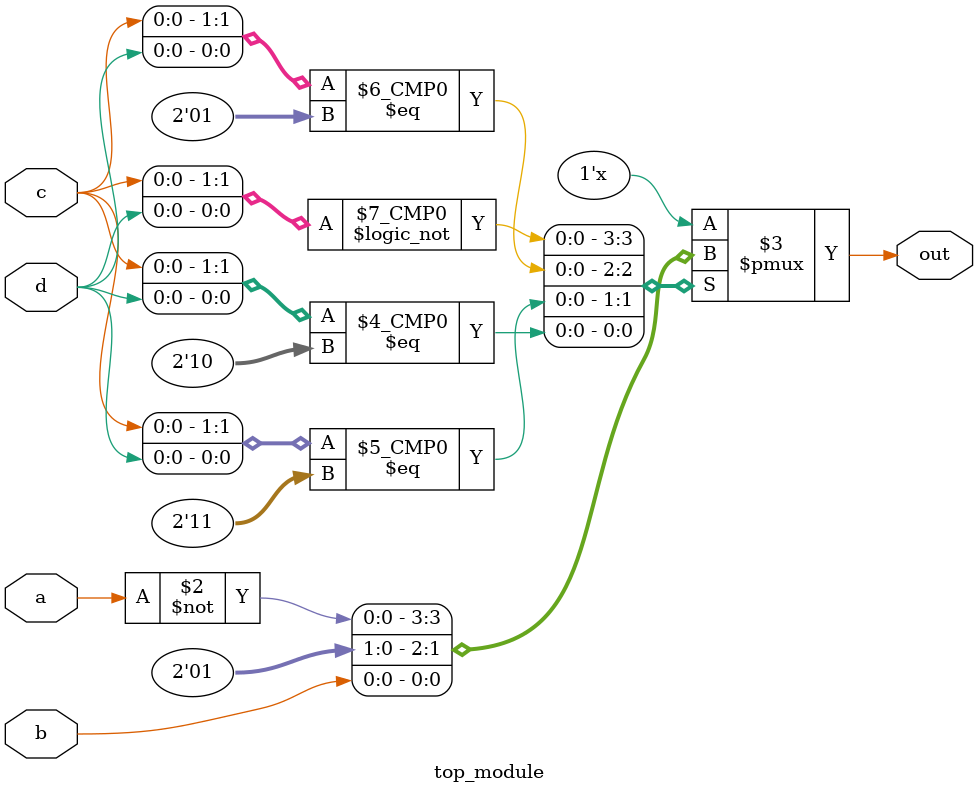
<source format=sv>
module top_module (
    input a, 
    input b,
    input c,
    input d,
    output reg out
);

always @(*) begin
    case ({c, d})
        2'b00: out = ~a;
        2'b01: out = 0;
        2'b11: out = 1;
        2'b10: out = b;
    endcase
end

endmodule

</source>
